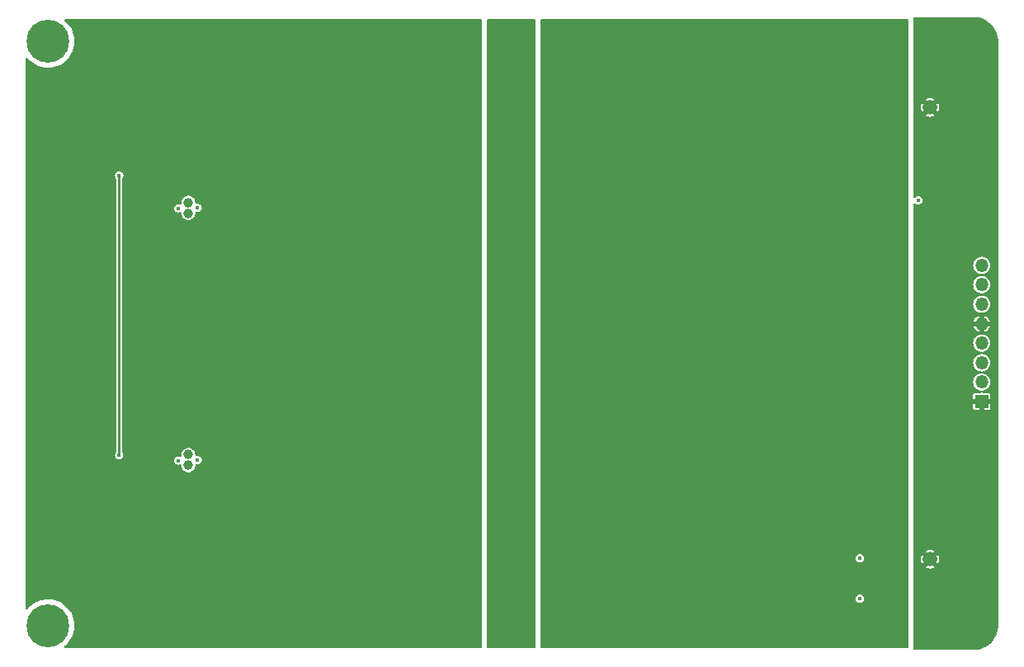
<source format=gbr>
%TF.GenerationSoftware,KiCad,Pcbnew,(5.99.0-11174-ge2a2c3282a)*%
%TF.CreationDate,2021-07-05T22:54:39+02:00*%
%TF.ProjectId,flatlight_rev20_LEDSIDE,666c6174-6c69-4676-9874-5f7265763230,rev?*%
%TF.SameCoordinates,Original*%
%TF.FileFunction,Copper,L2,Inr*%
%TF.FilePolarity,Positive*%
%FSLAX46Y46*%
G04 Gerber Fmt 4.6, Leading zero omitted, Abs format (unit mm)*
G04 Created by KiCad (PCBNEW (5.99.0-11174-ge2a2c3282a)) date 2021-07-05 22:54:39*
%MOMM*%
%LPD*%
G01*
G04 APERTURE LIST*
%TA.AperFunction,ComponentPad*%
%ADD10C,1.500000*%
%TD*%
%TA.AperFunction,ComponentPad*%
%ADD11C,0.700000*%
%TD*%
%TA.AperFunction,ComponentPad*%
%ADD12C,4.400000*%
%TD*%
%TA.AperFunction,ComponentPad*%
%ADD13R,1.350000X1.350000*%
%TD*%
%TA.AperFunction,ComponentPad*%
%ADD14O,1.350000X1.350000*%
%TD*%
%TA.AperFunction,ViaPad*%
%ADD15C,0.450000*%
%TD*%
%TA.AperFunction,ViaPad*%
%ADD16C,1.000000*%
%TD*%
%TA.AperFunction,ViaPad*%
%ADD17C,0.500000*%
%TD*%
%TA.AperFunction,Conductor*%
%ADD18C,0.250000*%
%TD*%
G04 APERTURE END LIST*
D10*
%TO.N,+BATT*%
%TO.C,H14*%
X204750000Y-114550000D03*
%TD*%
D11*
%TO.N,GND*%
%TO.C,H10*%
X158416726Y-68716726D03*
X157250000Y-65900000D03*
X158900000Y-67550000D03*
X156083274Y-66383274D03*
X156083274Y-68716726D03*
X155600000Y-67550000D03*
X158416726Y-66383274D03*
X157250000Y-69200000D03*
D12*
X157250000Y-67550000D03*
%TD*%
D11*
%TO.N,GND*%
%TO.C,H9*%
X158416726Y-126383274D03*
D12*
X157250000Y-127550000D03*
D11*
X158900000Y-127550000D03*
X157250000Y-125900000D03*
X157250000Y-129200000D03*
X158416726Y-128716726D03*
X156083274Y-128716726D03*
X155600000Y-127550000D03*
X156083274Y-126383274D03*
%TD*%
D10*
%TO.N,GND*%
%TO.C,H19*%
X247750000Y-120750000D03*
%TD*%
%TO.N,GND*%
%TO.C,H20*%
X247750000Y-74350000D03*
%TD*%
%TO.N,+BATT*%
%TO.C,H16*%
X204750000Y-80550000D03*
%TD*%
%TO.N,+BATT*%
%TO.C,H15*%
X204750000Y-74550000D03*
%TD*%
%TO.N,+BATT*%
%TO.C,H13*%
X204750000Y-120550000D03*
%TD*%
D11*
%TO.N,+BATT*%
%TO.C,H7*%
X203583274Y-68716726D03*
X205916726Y-68716726D03*
X203100000Y-67550000D03*
X204750000Y-69200000D03*
D12*
X204750000Y-67550000D03*
D11*
X206400000Y-67550000D03*
X204750000Y-65900000D03*
X203583274Y-66383274D03*
X205916726Y-66383274D03*
%TD*%
%TO.N,+BATT*%
%TO.C,H11*%
X203583274Y-128716726D03*
X205916726Y-128716726D03*
X203583274Y-126383274D03*
X205916726Y-126383274D03*
X206400000Y-127550000D03*
X203100000Y-127550000D03*
X204750000Y-125900000D03*
X204750000Y-129200000D03*
D12*
X204750000Y-127550000D03*
%TD*%
D11*
%TO.N,GND*%
%TO.C,H12*%
X251083274Y-66383274D03*
X252250000Y-65900000D03*
D12*
X252250000Y-67550000D03*
D11*
X252250000Y-69200000D03*
X250600000Y-67550000D03*
X251083274Y-68716726D03*
X253900000Y-67550000D03*
X253416726Y-68716726D03*
X253416726Y-66383274D03*
%TD*%
%TO.N,GND*%
%TO.C,H8*%
X253900000Y-127550000D03*
X253416726Y-126383274D03*
X251083274Y-128716726D03*
X252250000Y-129200000D03*
X252250000Y-125900000D03*
X253416726Y-128716726D03*
X250600000Y-127550000D03*
D12*
X252250000Y-127550000D03*
D11*
X251083274Y-126383274D03*
%TD*%
D13*
%TO.N,GND*%
%TO.C,J5*%
X253050000Y-104550000D03*
D14*
%TO.N,LS_LED_PWM*%
X253050000Y-102550000D03*
%TO.N,+3V3*%
X253050000Y-100550000D03*
%TO.N,LS_LED_NTC*%
X253050000Y-98550000D03*
%TO.N,GND*%
X253050000Y-96550000D03*
%TO.N,LS_WS_SDAT*%
X253050000Y-94550000D03*
%TO.N,LS_WS_LDAT*%
X253050000Y-92550000D03*
%TO.N,LS_WS_POWER*%
X253050000Y-90550000D03*
%TD*%
D15*
%TO.N,GND*%
X254000000Y-122550000D03*
X248750000Y-65800000D03*
X247850000Y-101650000D03*
D16*
X247750000Y-71050000D03*
D15*
X249250000Y-89350000D03*
D16*
X247750000Y-69050000D03*
D17*
X246750000Y-129300000D03*
D16*
X247750000Y-126050000D03*
D15*
X248650000Y-89350000D03*
X246650000Y-101650000D03*
X254000000Y-114550000D03*
X254000000Y-84550000D03*
X254000000Y-110550000D03*
X254000000Y-76550000D03*
X254000000Y-118550000D03*
X254000000Y-106550000D03*
X247250000Y-101650000D03*
X246750000Y-65800000D03*
D16*
X247750000Y-124050000D03*
D15*
X254000000Y-80550000D03*
D17*
X248750000Y-129300000D03*
D15*
X248050000Y-89350000D03*
X254000000Y-72550000D03*
X254000000Y-88550000D03*
D16*
%TO.N,+BATT*%
X204750000Y-117550000D03*
D15*
X204750000Y-116350000D03*
X204750000Y-118750000D03*
X204750000Y-78750000D03*
D16*
X204750000Y-77550000D03*
D15*
X203850000Y-77550000D03*
X205650000Y-77550000D03*
X204750000Y-76350000D03*
X205750000Y-117550000D03*
X203650000Y-117550000D03*
%TO.N,LS_WS_LDAT*%
X246550000Y-83900000D03*
%TO.N,+3V3*%
X240550000Y-120650000D03*
D16*
%TO.N,Net-(D10-Pad1)*%
X227000000Y-66300000D03*
X197500000Y-66300000D03*
X235250000Y-129300000D03*
X191550000Y-128800000D03*
X193050000Y-129300000D03*
X244200000Y-129300000D03*
X156000000Y-120300000D03*
X155500000Y-88800000D03*
X155500000Y-85800000D03*
X164500000Y-66300000D03*
X224750000Y-128800000D03*
X182550000Y-128800000D03*
X214250000Y-129300000D03*
X188500000Y-66300000D03*
X155500000Y-103800000D03*
X179550000Y-128800000D03*
X224000000Y-66300000D03*
X156000000Y-108300000D03*
X187050000Y-129300000D03*
X190050000Y-129300000D03*
X220250000Y-129300000D03*
X232250000Y-129300000D03*
X222500000Y-65800000D03*
X190000000Y-65800000D03*
X239000000Y-66300000D03*
X229250000Y-129300000D03*
X178000000Y-65800000D03*
X164550000Y-128800000D03*
X155500000Y-121800000D03*
X163050000Y-129300000D03*
X181050000Y-129300000D03*
X156000000Y-87300000D03*
X228500000Y-65800000D03*
X155500000Y-109800000D03*
X211250000Y-129300000D03*
X233750000Y-128800000D03*
X226250000Y-129300000D03*
X191500000Y-66300000D03*
X156000000Y-102300000D03*
X209000000Y-66300000D03*
X155500000Y-82800000D03*
X236750000Y-128800000D03*
X155500000Y-106800000D03*
X156000000Y-75300000D03*
X196050000Y-129300000D03*
X216500000Y-65800000D03*
X155500000Y-97800000D03*
X187000000Y-65800000D03*
X155500000Y-112800000D03*
X243500000Y-65800000D03*
X155500000Y-100800000D03*
X242750000Y-128800000D03*
X169000000Y-65800000D03*
X156000000Y-81300000D03*
X200550000Y-128800000D03*
X194550000Y-128800000D03*
X242000000Y-66300000D03*
X184050000Y-129300000D03*
X197550000Y-128800000D03*
X212000000Y-66300000D03*
X199000000Y-65800000D03*
X237500000Y-65800000D03*
X156000000Y-105300000D03*
X155500000Y-79800000D03*
X167550000Y-128800000D03*
X170550000Y-128800000D03*
X175050000Y-129300000D03*
X225500000Y-65800000D03*
X167500000Y-66300000D03*
X179500000Y-66300000D03*
X156000000Y-111300000D03*
X194500000Y-66300000D03*
X155500000Y-115800000D03*
X161500000Y-66300000D03*
X178050000Y-129300000D03*
X233000000Y-66300000D03*
X219500000Y-65800000D03*
X156000000Y-117300000D03*
X231500000Y-65800000D03*
X175000000Y-65800000D03*
X213500000Y-65800000D03*
X239750000Y-128800000D03*
X156000000Y-96300000D03*
X185500000Y-66300000D03*
X200500000Y-66300000D03*
X155500000Y-73800000D03*
X212750000Y-128800000D03*
X227750000Y-128800000D03*
X155500000Y-76800000D03*
X156000000Y-99300000D03*
X218000000Y-66300000D03*
X156000000Y-72300000D03*
X156000000Y-78300000D03*
X170500000Y-66300000D03*
X221750000Y-128800000D03*
X173500000Y-66300000D03*
X160050000Y-129300000D03*
X173550000Y-128800000D03*
X166050000Y-129300000D03*
X215000000Y-66300000D03*
X163000000Y-65800000D03*
X209750000Y-128800000D03*
X240500000Y-65800000D03*
X156000000Y-123300000D03*
X155500000Y-94800000D03*
X156000000Y-93300000D03*
X166000000Y-65800000D03*
X176550000Y-128800000D03*
X155500000Y-91800000D03*
X230750000Y-128800000D03*
X176500000Y-66300000D03*
X210500000Y-65800000D03*
X223250000Y-129300000D03*
X221000000Y-66300000D03*
X185550000Y-128800000D03*
X181000000Y-65800000D03*
X155500000Y-118800000D03*
X156000000Y-114300000D03*
X169050000Y-129300000D03*
X236000000Y-66300000D03*
X172000000Y-65800000D03*
X182500000Y-66300000D03*
X196000000Y-65800000D03*
X156000000Y-84300000D03*
X241250000Y-129300000D03*
X234500000Y-65800000D03*
X193000000Y-65800000D03*
X238250000Y-129300000D03*
X218750000Y-128800000D03*
X217250000Y-129300000D03*
X172050000Y-129300000D03*
X161550000Y-128800000D03*
X230000000Y-66300000D03*
X184000000Y-65800000D03*
X208250000Y-129300000D03*
X215750000Y-128800000D03*
X199050000Y-129300000D03*
X156000000Y-90300000D03*
X188550000Y-128800000D03*
D15*
%TO.N,LS_LED_NTC*%
X240550000Y-124800000D03*
%TO.N,WS_GNDBUS*%
X172600000Y-110550000D03*
D16*
X171650000Y-111100000D03*
X171650000Y-84100000D03*
D15*
X170600000Y-84700000D03*
X170600000Y-110600000D03*
D16*
X171650000Y-110000000D03*
X171650000Y-85200000D03*
D15*
X172600000Y-84650000D03*
%TO.N,Net-(D25-Pad1)*%
X164550000Y-81350000D03*
X164550000Y-110050000D03*
%TD*%
D18*
%TO.N,Net-(D25-Pad1)*%
X164550000Y-81350000D02*
X164550000Y-110050000D01*
%TD*%
%TA.AperFunction,Conductor*%
%TO.N,GND*%
G36*
X252250000Y-65052705D02*
G01*
X252250000Y-65055000D01*
X252350926Y-65056759D01*
X252356916Y-65057008D01*
X252452475Y-65063271D01*
X252460680Y-65064079D01*
X252689908Y-65094258D01*
X252698041Y-65095601D01*
X252775315Y-65110971D01*
X252783330Y-65112839D01*
X252952586Y-65158191D01*
X253006696Y-65172690D01*
X253014579Y-65175081D01*
X253089205Y-65200414D01*
X253096878Y-65203302D01*
X253310520Y-65291795D01*
X253318006Y-65295187D01*
X253388534Y-65329967D01*
X253388694Y-65330046D01*
X253395965Y-65333933D01*
X253596190Y-65449534D01*
X253603191Y-65453887D01*
X253645464Y-65482132D01*
X253668714Y-65497667D01*
X253675408Y-65502465D01*
X253858840Y-65643218D01*
X253865213Y-65648448D01*
X253924467Y-65700412D01*
X253930485Y-65706049D01*
X254093951Y-65869515D01*
X254099588Y-65875533D01*
X254151552Y-65934787D01*
X254156782Y-65941160D01*
X254297535Y-66124592D01*
X254302339Y-66131295D01*
X254346113Y-66196809D01*
X254350466Y-66203810D01*
X254466067Y-66404035D01*
X254469954Y-66411306D01*
X254504808Y-66481982D01*
X254508205Y-66489480D01*
X254596698Y-66703122D01*
X254599586Y-66710795D01*
X254624917Y-66785416D01*
X254627310Y-66793304D01*
X254687161Y-67016670D01*
X254689029Y-67024685D01*
X254704399Y-67101959D01*
X254705742Y-67110092D01*
X254735921Y-67339320D01*
X254736729Y-67347524D01*
X254742992Y-67443084D01*
X254743241Y-67449074D01*
X254745000Y-67550000D01*
X254747232Y-67550000D01*
X254750000Y-67568126D01*
X254750000Y-127525831D01*
X254747295Y-127550000D01*
X254745000Y-127550000D01*
X254743241Y-127650926D01*
X254742992Y-127656916D01*
X254736729Y-127752475D01*
X254735921Y-127760680D01*
X254705742Y-127989908D01*
X254704399Y-127998041D01*
X254689029Y-128075315D01*
X254687161Y-128083330D01*
X254641809Y-128252586D01*
X254627310Y-128306696D01*
X254624919Y-128314579D01*
X254599586Y-128389205D01*
X254596698Y-128396878D01*
X254508205Y-128610520D01*
X254504808Y-128618018D01*
X254469954Y-128688694D01*
X254466067Y-128695965D01*
X254350466Y-128896190D01*
X254346113Y-128903191D01*
X254302339Y-128968705D01*
X254297535Y-128975408D01*
X254156782Y-129158840D01*
X254151552Y-129165213D01*
X254099588Y-129224467D01*
X254093951Y-129230485D01*
X253930485Y-129393951D01*
X253924467Y-129399588D01*
X253865213Y-129451552D01*
X253858840Y-129456782D01*
X253675408Y-129597535D01*
X253668714Y-129602333D01*
X253645464Y-129617868D01*
X253603191Y-129646113D01*
X253596190Y-129650466D01*
X253395965Y-129766067D01*
X253388694Y-129769954D01*
X253318006Y-129804813D01*
X253310520Y-129808205D01*
X253096878Y-129896698D01*
X253089205Y-129899586D01*
X253014579Y-129924919D01*
X253006696Y-129927310D01*
X252952586Y-129941809D01*
X252783330Y-129987161D01*
X252775315Y-129989029D01*
X252698041Y-130004399D01*
X252689908Y-130005742D01*
X252460680Y-130035921D01*
X252452476Y-130036729D01*
X252356916Y-130042992D01*
X252350926Y-130043241D01*
X252296189Y-130044195D01*
X252266504Y-130044712D01*
X252266501Y-130044712D01*
X252250000Y-130045000D01*
X252250000Y-130047232D01*
X252231874Y-130050000D01*
X246176000Y-130050000D01*
X246107879Y-130029998D01*
X246061386Y-129976342D01*
X246050000Y-129924000D01*
X246050000Y-121576508D01*
X247288322Y-121576508D01*
X247293231Y-121583066D01*
X247362450Y-121621751D01*
X247373689Y-121626661D01*
X247539155Y-121680424D01*
X247551129Y-121683057D01*
X247723896Y-121703659D01*
X247736145Y-121703916D01*
X247909624Y-121690567D01*
X247921694Y-121688439D01*
X248089278Y-121641649D01*
X248100700Y-121637219D01*
X248202334Y-121585879D01*
X248212618Y-121576234D01*
X248210380Y-121569590D01*
X247762812Y-121122022D01*
X247748868Y-121114408D01*
X247747035Y-121114539D01*
X247740420Y-121118790D01*
X247295082Y-121564128D01*
X247288322Y-121576508D01*
X246050000Y-121576508D01*
X246050000Y-120742815D01*
X246796012Y-120742815D01*
X246810570Y-120916181D01*
X246812785Y-120928248D01*
X246860738Y-121095484D01*
X246865257Y-121106896D01*
X246914223Y-121202173D01*
X246923942Y-121212392D01*
X246930742Y-121210048D01*
X247377978Y-120762812D01*
X247384356Y-120751132D01*
X248114408Y-120751132D01*
X248114539Y-120752965D01*
X248118790Y-120759580D01*
X248564121Y-121204911D01*
X248576501Y-121211671D01*
X248583234Y-121206630D01*
X248619025Y-121143627D01*
X248624014Y-121132421D01*
X248678928Y-120967342D01*
X248681648Y-120955371D01*
X248703783Y-120780157D01*
X248704274Y-120773130D01*
X248704548Y-120753505D01*
X248704255Y-120746512D01*
X248687018Y-120570717D01*
X248684635Y-120558682D01*
X248634350Y-120392131D01*
X248629677Y-120380792D01*
X248585675Y-120298035D01*
X248575815Y-120287954D01*
X248568688Y-120290522D01*
X248122022Y-120737188D01*
X248114408Y-120751132D01*
X247384356Y-120751132D01*
X247385592Y-120748868D01*
X247385461Y-120747035D01*
X247381210Y-120740420D01*
X246935830Y-120295040D01*
X246923450Y-120288280D01*
X246917062Y-120293062D01*
X246875563Y-120368547D01*
X246870734Y-120379813D01*
X246818125Y-120545658D01*
X246815577Y-120557647D01*
X246796183Y-120730547D01*
X246796012Y-120742815D01*
X246050000Y-120742815D01*
X246050000Y-119924081D01*
X247287800Y-119924081D01*
X247290254Y-119931044D01*
X247737188Y-120377978D01*
X247751132Y-120385592D01*
X247752965Y-120385461D01*
X247759580Y-120381210D01*
X248205037Y-119935753D01*
X248211797Y-119923373D01*
X248207138Y-119917150D01*
X248125341Y-119872923D01*
X248114034Y-119868170D01*
X247947833Y-119816722D01*
X247935822Y-119814256D01*
X247762792Y-119796070D01*
X247750524Y-119795985D01*
X247577265Y-119811753D01*
X247565216Y-119814051D01*
X247398315Y-119863173D01*
X247386940Y-119867768D01*
X247297949Y-119914292D01*
X247287800Y-119924081D01*
X246050000Y-119924081D01*
X246050000Y-104817548D01*
X252170000Y-104817548D01*
X252170000Y-105218813D01*
X252171207Y-105231067D01*
X252183184Y-105291279D01*
X252192499Y-105313768D01*
X252223150Y-105359641D01*
X252240359Y-105376850D01*
X252286232Y-105407501D01*
X252308721Y-105416816D01*
X252368933Y-105428793D01*
X252381187Y-105430000D01*
X252777885Y-105430000D01*
X252793124Y-105425525D01*
X252794329Y-105424135D01*
X252796000Y-105416452D01*
X252796000Y-104822115D01*
X252794659Y-104817548D01*
X253304000Y-104817548D01*
X253304000Y-105411885D01*
X253308475Y-105427124D01*
X253309865Y-105428329D01*
X253317548Y-105430000D01*
X253718813Y-105430000D01*
X253731067Y-105428793D01*
X253791279Y-105416816D01*
X253813768Y-105407501D01*
X253859641Y-105376850D01*
X253876850Y-105359641D01*
X253907501Y-105313768D01*
X253916816Y-105291279D01*
X253928793Y-105231067D01*
X253930000Y-105218813D01*
X253930000Y-104822115D01*
X253925525Y-104806876D01*
X253924135Y-104805671D01*
X253916452Y-104804000D01*
X253322115Y-104804000D01*
X253306876Y-104808475D01*
X253305671Y-104809865D01*
X253304000Y-104817548D01*
X252794659Y-104817548D01*
X252791525Y-104806876D01*
X252790135Y-104805671D01*
X252782452Y-104804000D01*
X252188115Y-104804000D01*
X252172876Y-104808475D01*
X252171671Y-104809865D01*
X252170000Y-104817548D01*
X246050000Y-104817548D01*
X246050000Y-102550000D01*
X252169678Y-102550000D01*
X252188915Y-102733029D01*
X252245786Y-102908059D01*
X252337805Y-103067440D01*
X252460950Y-103204207D01*
X252466292Y-103208088D01*
X252466294Y-103208090D01*
X252604497Y-103308500D01*
X252609839Y-103312381D01*
X252615867Y-103315065D01*
X252615869Y-103315066D01*
X252771935Y-103384551D01*
X252777966Y-103387236D01*
X252784427Y-103388609D01*
X252784432Y-103388611D01*
X252935648Y-103420754D01*
X252998122Y-103454482D01*
X253032443Y-103516632D01*
X253027715Y-103587471D01*
X252985439Y-103644508D01*
X252919037Y-103669635D01*
X252909451Y-103670000D01*
X252381187Y-103670000D01*
X252368933Y-103671207D01*
X252308721Y-103683184D01*
X252286232Y-103692499D01*
X252240359Y-103723150D01*
X252223150Y-103740359D01*
X252192499Y-103786232D01*
X252183184Y-103808721D01*
X252171207Y-103868933D01*
X252170000Y-103881187D01*
X252170000Y-104277885D01*
X252174475Y-104293124D01*
X252175865Y-104294329D01*
X252183548Y-104296000D01*
X253911885Y-104296000D01*
X253927124Y-104291525D01*
X253928329Y-104290135D01*
X253930000Y-104282452D01*
X253930000Y-103881187D01*
X253928793Y-103868933D01*
X253916816Y-103808721D01*
X253907501Y-103786232D01*
X253876850Y-103740359D01*
X253859641Y-103723150D01*
X253813768Y-103692499D01*
X253791279Y-103683184D01*
X253731067Y-103671207D01*
X253718813Y-103670000D01*
X253190549Y-103670000D01*
X253122428Y-103649998D01*
X253075935Y-103596342D01*
X253065831Y-103526068D01*
X253095325Y-103461488D01*
X253155051Y-103423104D01*
X253164352Y-103420754D01*
X253315568Y-103388611D01*
X253315573Y-103388609D01*
X253322034Y-103387236D01*
X253328065Y-103384551D01*
X253484131Y-103315066D01*
X253484133Y-103315065D01*
X253490161Y-103312381D01*
X253495503Y-103308500D01*
X253633706Y-103208090D01*
X253633708Y-103208088D01*
X253639050Y-103204207D01*
X253762195Y-103067440D01*
X253854214Y-102908059D01*
X253911085Y-102733029D01*
X253930322Y-102550000D01*
X253911085Y-102366971D01*
X253854214Y-102191941D01*
X253762195Y-102032560D01*
X253639050Y-101895793D01*
X253633708Y-101891912D01*
X253633706Y-101891910D01*
X253495503Y-101791500D01*
X253495502Y-101791499D01*
X253490161Y-101787619D01*
X253484133Y-101784935D01*
X253484131Y-101784934D01*
X253328065Y-101715449D01*
X253328064Y-101715449D01*
X253322034Y-101712764D01*
X253232026Y-101693632D01*
X253148476Y-101675872D01*
X253148471Y-101675872D01*
X253142019Y-101674500D01*
X253141155Y-101674500D01*
X253077467Y-101648298D01*
X253049622Y-101608398D01*
X253029786Y-101642013D01*
X252966375Y-101673944D01*
X252962509Y-101674500D01*
X252957981Y-101674500D01*
X252951529Y-101675872D01*
X252951524Y-101675872D01*
X252867974Y-101693632D01*
X252777966Y-101712764D01*
X252771936Y-101715449D01*
X252771935Y-101715449D01*
X252615869Y-101784934D01*
X252615867Y-101784935D01*
X252609839Y-101787619D01*
X252604498Y-101791499D01*
X252604497Y-101791500D01*
X252466294Y-101891910D01*
X252466292Y-101891912D01*
X252460950Y-101895793D01*
X252337805Y-102032560D01*
X252245786Y-102191941D01*
X252188915Y-102366971D01*
X252169678Y-102550000D01*
X246050000Y-102550000D01*
X246050000Y-100550000D01*
X252169678Y-100550000D01*
X252188915Y-100733029D01*
X252245786Y-100908059D01*
X252337805Y-101067440D01*
X252460950Y-101204207D01*
X252466292Y-101208088D01*
X252466294Y-101208090D01*
X252604497Y-101308500D01*
X252609839Y-101312381D01*
X252615867Y-101315065D01*
X252615869Y-101315066D01*
X252771935Y-101384551D01*
X252777966Y-101387236D01*
X252867974Y-101406368D01*
X252951524Y-101424128D01*
X252951529Y-101424128D01*
X252957981Y-101425500D01*
X252958845Y-101425500D01*
X253022533Y-101451702D01*
X253050378Y-101491602D01*
X253070214Y-101457987D01*
X253133625Y-101426056D01*
X253137491Y-101425500D01*
X253142019Y-101425500D01*
X253148471Y-101424128D01*
X253148476Y-101424128D01*
X253232026Y-101406368D01*
X253322034Y-101387236D01*
X253328065Y-101384551D01*
X253484131Y-101315066D01*
X253484133Y-101315065D01*
X253490161Y-101312381D01*
X253495503Y-101308500D01*
X253633706Y-101208090D01*
X253633708Y-101208088D01*
X253639050Y-101204207D01*
X253762195Y-101067440D01*
X253854214Y-100908059D01*
X253911085Y-100733029D01*
X253930322Y-100550000D01*
X253911085Y-100366971D01*
X253854214Y-100191941D01*
X253762195Y-100032560D01*
X253639050Y-99895793D01*
X253633708Y-99891912D01*
X253633706Y-99891910D01*
X253495503Y-99791500D01*
X253495502Y-99791499D01*
X253490161Y-99787619D01*
X253484133Y-99784935D01*
X253484131Y-99784934D01*
X253328065Y-99715449D01*
X253328064Y-99715449D01*
X253322034Y-99712764D01*
X253232026Y-99693632D01*
X253148476Y-99675872D01*
X253148471Y-99675872D01*
X253142019Y-99674500D01*
X253141155Y-99674500D01*
X253077467Y-99648298D01*
X253049622Y-99608398D01*
X253029786Y-99642013D01*
X252966375Y-99673944D01*
X252962509Y-99674500D01*
X252957981Y-99674500D01*
X252951529Y-99675872D01*
X252951524Y-99675872D01*
X252867974Y-99693632D01*
X252777966Y-99712764D01*
X252771936Y-99715449D01*
X252771935Y-99715449D01*
X252615869Y-99784934D01*
X252615867Y-99784935D01*
X252609839Y-99787619D01*
X252604498Y-99791499D01*
X252604497Y-99791500D01*
X252466294Y-99891910D01*
X252466292Y-99891912D01*
X252460950Y-99895793D01*
X252337805Y-100032560D01*
X252245786Y-100191941D01*
X252188915Y-100366971D01*
X252169678Y-100550000D01*
X246050000Y-100550000D01*
X246050000Y-98550000D01*
X252169678Y-98550000D01*
X252188915Y-98733029D01*
X252245786Y-98908059D01*
X252337805Y-99067440D01*
X252460950Y-99204207D01*
X252466292Y-99208088D01*
X252466294Y-99208090D01*
X252604497Y-99308500D01*
X252609839Y-99312381D01*
X252615867Y-99315065D01*
X252615869Y-99315066D01*
X252771935Y-99384551D01*
X252777966Y-99387236D01*
X252867974Y-99406368D01*
X252951524Y-99424128D01*
X252951529Y-99424128D01*
X252957981Y-99425500D01*
X252958845Y-99425500D01*
X253022533Y-99451702D01*
X253050378Y-99491602D01*
X253070214Y-99457987D01*
X253133625Y-99426056D01*
X253137491Y-99425500D01*
X253142019Y-99425500D01*
X253148471Y-99424128D01*
X253148476Y-99424128D01*
X253232026Y-99406368D01*
X253322034Y-99387236D01*
X253328065Y-99384551D01*
X253484131Y-99315066D01*
X253484133Y-99315065D01*
X253490161Y-99312381D01*
X253495503Y-99308500D01*
X253633706Y-99208090D01*
X253633708Y-99208088D01*
X253639050Y-99204207D01*
X253762195Y-99067440D01*
X253854214Y-98908059D01*
X253911085Y-98733029D01*
X253930322Y-98550000D01*
X253911085Y-98366971D01*
X253854214Y-98191941D01*
X253762195Y-98032560D01*
X253639050Y-97895793D01*
X253633708Y-97891912D01*
X253633706Y-97891910D01*
X253495503Y-97791500D01*
X253495502Y-97791499D01*
X253490161Y-97787619D01*
X253484133Y-97784935D01*
X253484131Y-97784934D01*
X253328065Y-97715449D01*
X253328064Y-97715449D01*
X253322034Y-97712764D01*
X253232026Y-97693632D01*
X253148476Y-97675872D01*
X253148471Y-97675872D01*
X253142019Y-97674500D01*
X252957981Y-97674500D01*
X252951529Y-97675872D01*
X252951524Y-97675872D01*
X252867974Y-97693632D01*
X252777966Y-97712764D01*
X252771936Y-97715449D01*
X252771935Y-97715449D01*
X252615869Y-97784934D01*
X252615867Y-97784935D01*
X252609839Y-97787619D01*
X252604498Y-97791499D01*
X252604497Y-97791500D01*
X252466294Y-97891910D01*
X252466292Y-97891912D01*
X252460950Y-97895793D01*
X252337805Y-98032560D01*
X252245786Y-98191941D01*
X252188915Y-98366971D01*
X252169678Y-98550000D01*
X246050000Y-98550000D01*
X246050000Y-96815000D01*
X252216074Y-96815000D01*
X252244202Y-96901571D01*
X252249548Y-96913578D01*
X252334909Y-97061427D01*
X252342630Y-97072053D01*
X252456864Y-97198923D01*
X252466630Y-97207717D01*
X252604748Y-97308065D01*
X252616120Y-97314631D01*
X252772089Y-97384073D01*
X252780043Y-97386658D01*
X252792341Y-97385719D01*
X252796000Y-97375764D01*
X252796000Y-96822115D01*
X252794659Y-96817548D01*
X253304000Y-96817548D01*
X253304000Y-97372444D01*
X253307973Y-97385975D01*
X253317738Y-97387379D01*
X253327911Y-97384073D01*
X253483880Y-97314631D01*
X253495252Y-97308065D01*
X253633370Y-97207717D01*
X253643136Y-97198923D01*
X253757370Y-97072053D01*
X253765091Y-97061427D01*
X253850452Y-96913578D01*
X253855798Y-96901571D01*
X253881901Y-96821232D01*
X253882304Y-96807133D01*
X253875932Y-96804000D01*
X253322115Y-96804000D01*
X253306876Y-96808475D01*
X253305671Y-96809865D01*
X253304000Y-96817548D01*
X252794659Y-96817548D01*
X252791525Y-96806876D01*
X252790135Y-96805671D01*
X252782452Y-96804000D01*
X252230615Y-96804000D01*
X252217084Y-96807973D01*
X252216074Y-96815000D01*
X246050000Y-96815000D01*
X246050000Y-96292867D01*
X252217696Y-96292867D01*
X252224068Y-96296000D01*
X252777885Y-96296000D01*
X252793124Y-96291525D01*
X252794329Y-96290135D01*
X252796000Y-96282452D01*
X252796000Y-95727556D01*
X252795025Y-95724236D01*
X253304000Y-95724236D01*
X253304000Y-96277885D01*
X253308475Y-96293124D01*
X253309865Y-96294329D01*
X253317548Y-96296000D01*
X253869385Y-96296000D01*
X253882916Y-96292027D01*
X253883926Y-96285000D01*
X253855798Y-96198429D01*
X253850452Y-96186422D01*
X253765091Y-96038573D01*
X253757370Y-96027947D01*
X253643136Y-95901077D01*
X253633370Y-95892283D01*
X253495252Y-95791935D01*
X253483880Y-95785369D01*
X253327911Y-95715927D01*
X253319957Y-95713342D01*
X253307659Y-95714281D01*
X253304000Y-95724236D01*
X252795025Y-95724236D01*
X252792027Y-95714025D01*
X252782262Y-95712621D01*
X252772089Y-95715927D01*
X252616120Y-95785369D01*
X252604748Y-95791935D01*
X252466630Y-95892283D01*
X252456864Y-95901077D01*
X252342630Y-96027947D01*
X252334909Y-96038573D01*
X252249548Y-96186422D01*
X252244202Y-96198429D01*
X252218099Y-96278768D01*
X252217696Y-96292867D01*
X246050000Y-96292867D01*
X246050000Y-94550000D01*
X252169678Y-94550000D01*
X252188915Y-94733029D01*
X252245786Y-94908059D01*
X252337805Y-95067440D01*
X252460950Y-95204207D01*
X252466292Y-95208088D01*
X252466294Y-95208090D01*
X252604497Y-95308500D01*
X252609839Y-95312381D01*
X252615867Y-95315065D01*
X252615869Y-95315066D01*
X252771935Y-95384551D01*
X252777966Y-95387236D01*
X252867973Y-95406368D01*
X252951524Y-95424128D01*
X252951529Y-95424128D01*
X252957981Y-95425500D01*
X253142019Y-95425500D01*
X253148471Y-95424128D01*
X253148476Y-95424128D01*
X253232027Y-95406368D01*
X253322034Y-95387236D01*
X253328065Y-95384551D01*
X253484131Y-95315066D01*
X253484133Y-95315065D01*
X253490161Y-95312381D01*
X253495503Y-95308500D01*
X253633706Y-95208090D01*
X253633708Y-95208088D01*
X253639050Y-95204207D01*
X253762195Y-95067440D01*
X253854214Y-94908059D01*
X253911085Y-94733029D01*
X253930322Y-94550000D01*
X253911085Y-94366971D01*
X253854214Y-94191941D01*
X253762195Y-94032560D01*
X253639050Y-93895793D01*
X253633708Y-93891912D01*
X253633706Y-93891910D01*
X253495503Y-93791500D01*
X253495502Y-93791499D01*
X253490161Y-93787619D01*
X253484133Y-93784935D01*
X253484131Y-93784934D01*
X253328065Y-93715449D01*
X253328064Y-93715449D01*
X253322034Y-93712764D01*
X253232026Y-93693632D01*
X253148476Y-93675872D01*
X253148471Y-93675872D01*
X253142019Y-93674500D01*
X253141155Y-93674500D01*
X253077467Y-93648298D01*
X253049622Y-93608398D01*
X253029786Y-93642013D01*
X252966375Y-93673944D01*
X252962509Y-93674500D01*
X252957981Y-93674500D01*
X252951529Y-93675872D01*
X252951524Y-93675872D01*
X252867974Y-93693632D01*
X252777966Y-93712764D01*
X252771936Y-93715449D01*
X252771935Y-93715449D01*
X252615869Y-93784934D01*
X252615867Y-93784935D01*
X252609839Y-93787619D01*
X252604498Y-93791499D01*
X252604497Y-93791500D01*
X252466294Y-93891910D01*
X252466292Y-93891912D01*
X252460950Y-93895793D01*
X252337805Y-94032560D01*
X252245786Y-94191941D01*
X252188915Y-94366971D01*
X252169678Y-94550000D01*
X246050000Y-94550000D01*
X246050000Y-92550000D01*
X252169678Y-92550000D01*
X252188915Y-92733029D01*
X252245786Y-92908059D01*
X252337805Y-93067440D01*
X252460950Y-93204207D01*
X252466292Y-93208088D01*
X252466294Y-93208090D01*
X252604497Y-93308500D01*
X252609839Y-93312381D01*
X252615867Y-93315065D01*
X252615869Y-93315066D01*
X252771935Y-93384551D01*
X252777966Y-93387236D01*
X252867973Y-93406368D01*
X252951524Y-93424128D01*
X252951529Y-93424128D01*
X252957981Y-93425500D01*
X252958845Y-93425500D01*
X253022533Y-93451702D01*
X253050378Y-93491602D01*
X253070214Y-93457987D01*
X253133625Y-93426056D01*
X253137491Y-93425500D01*
X253142019Y-93425500D01*
X253148471Y-93424128D01*
X253148476Y-93424128D01*
X253232027Y-93406368D01*
X253322034Y-93387236D01*
X253328065Y-93384551D01*
X253484131Y-93315066D01*
X253484133Y-93315065D01*
X253490161Y-93312381D01*
X253495503Y-93308500D01*
X253633706Y-93208090D01*
X253633708Y-93208088D01*
X253639050Y-93204207D01*
X253762195Y-93067440D01*
X253854214Y-92908059D01*
X253911085Y-92733029D01*
X253930322Y-92550000D01*
X253911085Y-92366971D01*
X253854214Y-92191941D01*
X253762195Y-92032560D01*
X253639050Y-91895793D01*
X253633708Y-91891912D01*
X253633706Y-91891910D01*
X253495503Y-91791500D01*
X253495502Y-91791499D01*
X253490161Y-91787619D01*
X253484133Y-91784935D01*
X253484131Y-91784934D01*
X253328065Y-91715449D01*
X253328064Y-91715449D01*
X253322034Y-91712764D01*
X253232026Y-91693632D01*
X253148476Y-91675872D01*
X253148471Y-91675872D01*
X253142019Y-91674500D01*
X253141155Y-91674500D01*
X253077467Y-91648298D01*
X253049622Y-91608398D01*
X253029786Y-91642013D01*
X252966375Y-91673944D01*
X252962509Y-91674500D01*
X252957981Y-91674500D01*
X252951529Y-91675872D01*
X252951524Y-91675872D01*
X252867974Y-91693632D01*
X252777966Y-91712764D01*
X252771936Y-91715449D01*
X252771935Y-91715449D01*
X252615869Y-91784934D01*
X252615867Y-91784935D01*
X252609839Y-91787619D01*
X252604498Y-91791499D01*
X252604497Y-91791500D01*
X252466294Y-91891910D01*
X252466292Y-91891912D01*
X252460950Y-91895793D01*
X252337805Y-92032560D01*
X252245786Y-92191941D01*
X252188915Y-92366971D01*
X252169678Y-92550000D01*
X246050000Y-92550000D01*
X246050000Y-90550000D01*
X252169678Y-90550000D01*
X252188915Y-90733029D01*
X252245786Y-90908059D01*
X252337805Y-91067440D01*
X252460950Y-91204207D01*
X252466292Y-91208088D01*
X252466294Y-91208090D01*
X252604497Y-91308500D01*
X252609839Y-91312381D01*
X252615867Y-91315065D01*
X252615869Y-91315066D01*
X252771935Y-91384551D01*
X252777966Y-91387236D01*
X252867973Y-91406368D01*
X252951524Y-91424128D01*
X252951529Y-91424128D01*
X252957981Y-91425500D01*
X252958845Y-91425500D01*
X253022533Y-91451702D01*
X253050378Y-91491602D01*
X253070214Y-91457987D01*
X253133625Y-91426056D01*
X253137491Y-91425500D01*
X253142019Y-91425500D01*
X253148471Y-91424128D01*
X253148476Y-91424128D01*
X253232027Y-91406368D01*
X253322034Y-91387236D01*
X253328065Y-91384551D01*
X253484131Y-91315066D01*
X253484133Y-91315065D01*
X253490161Y-91312381D01*
X253495503Y-91308500D01*
X253633706Y-91208090D01*
X253633708Y-91208088D01*
X253639050Y-91204207D01*
X253762195Y-91067440D01*
X253854214Y-90908059D01*
X253911085Y-90733029D01*
X253930322Y-90550000D01*
X253911085Y-90366971D01*
X253854214Y-90191941D01*
X253762195Y-90032560D01*
X253639050Y-89895793D01*
X253633708Y-89891912D01*
X253633706Y-89891910D01*
X253495503Y-89791500D01*
X253495502Y-89791499D01*
X253490161Y-89787619D01*
X253484133Y-89784935D01*
X253484131Y-89784934D01*
X253328065Y-89715449D01*
X253328064Y-89715449D01*
X253322034Y-89712764D01*
X253232026Y-89693632D01*
X253148476Y-89675872D01*
X253148471Y-89675872D01*
X253142019Y-89674500D01*
X252957981Y-89674500D01*
X252951529Y-89675872D01*
X252951524Y-89675872D01*
X252867974Y-89693632D01*
X252777966Y-89712764D01*
X252771936Y-89715449D01*
X252771935Y-89715449D01*
X252615869Y-89784934D01*
X252615867Y-89784935D01*
X252609839Y-89787619D01*
X252604498Y-89791499D01*
X252604497Y-89791500D01*
X252466294Y-89891910D01*
X252466292Y-89891912D01*
X252460950Y-89895793D01*
X252337805Y-90032560D01*
X252245786Y-90191941D01*
X252188915Y-90366971D01*
X252169678Y-90550000D01*
X246050000Y-90550000D01*
X246050000Y-84305938D01*
X246070002Y-84237817D01*
X246123658Y-84191324D01*
X246193932Y-84181220D01*
X246258512Y-84210714D01*
X246265095Y-84216843D01*
X246296780Y-84248528D01*
X246416874Y-84309719D01*
X246426663Y-84311269D01*
X246426665Y-84311270D01*
X246540207Y-84329253D01*
X246550000Y-84330804D01*
X246559793Y-84329253D01*
X246673335Y-84311270D01*
X246673337Y-84311269D01*
X246683126Y-84309719D01*
X246803220Y-84248528D01*
X246898528Y-84153220D01*
X246959719Y-84033126D01*
X246980804Y-83900000D01*
X246959719Y-83766874D01*
X246898528Y-83646780D01*
X246803220Y-83551472D01*
X246683126Y-83490281D01*
X246673337Y-83488731D01*
X246673335Y-83488730D01*
X246559793Y-83470747D01*
X246550000Y-83469196D01*
X246540207Y-83470747D01*
X246426665Y-83488730D01*
X246426663Y-83488731D01*
X246416874Y-83490281D01*
X246296780Y-83551472D01*
X246265095Y-83583157D01*
X246202783Y-83617183D01*
X246131968Y-83612118D01*
X246075132Y-83569571D01*
X246050321Y-83503051D01*
X246050000Y-83494062D01*
X246050000Y-75176508D01*
X247288322Y-75176508D01*
X247293231Y-75183066D01*
X247362450Y-75221751D01*
X247373689Y-75226661D01*
X247539155Y-75280424D01*
X247551129Y-75283057D01*
X247723896Y-75303659D01*
X247736145Y-75303916D01*
X247909624Y-75290567D01*
X247921694Y-75288439D01*
X248089278Y-75241649D01*
X248100700Y-75237219D01*
X248202334Y-75185879D01*
X248212618Y-75176234D01*
X248210380Y-75169590D01*
X247762812Y-74722022D01*
X247748868Y-74714408D01*
X247747035Y-74714539D01*
X247740420Y-74718790D01*
X247295082Y-75164128D01*
X247288322Y-75176508D01*
X246050000Y-75176508D01*
X246050000Y-74342815D01*
X246796012Y-74342815D01*
X246810570Y-74516181D01*
X246812785Y-74528248D01*
X246860738Y-74695484D01*
X246865257Y-74706896D01*
X246914223Y-74802173D01*
X246923942Y-74812392D01*
X246930742Y-74810048D01*
X247377978Y-74362812D01*
X247384356Y-74351132D01*
X248114408Y-74351132D01*
X248114539Y-74352965D01*
X248118790Y-74359580D01*
X248564121Y-74804911D01*
X248576501Y-74811671D01*
X248583234Y-74806630D01*
X248619025Y-74743627D01*
X248624014Y-74732421D01*
X248678928Y-74567342D01*
X248681648Y-74555371D01*
X248703783Y-74380157D01*
X248704274Y-74373130D01*
X248704548Y-74353505D01*
X248704255Y-74346512D01*
X248687018Y-74170717D01*
X248684635Y-74158682D01*
X248634350Y-73992131D01*
X248629677Y-73980792D01*
X248585675Y-73898035D01*
X248575815Y-73887954D01*
X248568688Y-73890522D01*
X248122022Y-74337188D01*
X248114408Y-74351132D01*
X247384356Y-74351132D01*
X247385592Y-74348868D01*
X247385461Y-74347035D01*
X247381210Y-74340420D01*
X246935830Y-73895040D01*
X246923450Y-73888280D01*
X246917062Y-73893062D01*
X246875563Y-73968547D01*
X246870734Y-73979813D01*
X246818125Y-74145658D01*
X246815577Y-74157647D01*
X246796183Y-74330547D01*
X246796012Y-74342815D01*
X246050000Y-74342815D01*
X246050000Y-73524081D01*
X247287800Y-73524081D01*
X247290254Y-73531044D01*
X247737188Y-73977978D01*
X247751132Y-73985592D01*
X247752965Y-73985461D01*
X247759580Y-73981210D01*
X248205037Y-73535753D01*
X248211797Y-73523373D01*
X248207138Y-73517150D01*
X248125341Y-73472923D01*
X248114034Y-73468170D01*
X247947833Y-73416722D01*
X247935822Y-73414256D01*
X247762792Y-73396070D01*
X247750524Y-73395985D01*
X247577265Y-73411753D01*
X247565216Y-73414051D01*
X247398315Y-73463173D01*
X247386940Y-73467768D01*
X247297949Y-73514292D01*
X247287800Y-73524081D01*
X246050000Y-73524081D01*
X246050000Y-65176000D01*
X246070002Y-65107879D01*
X246123658Y-65061386D01*
X246176000Y-65050000D01*
X252225831Y-65050000D01*
X252250000Y-65052705D01*
G37*
%TD.AperFunction*%
%TD*%
%TA.AperFunction,Conductor*%
%TO.N,+BATT*%
G36*
X207192121Y-65270002D02*
G01*
X207238614Y-65323658D01*
X207250000Y-65376000D01*
X207250000Y-129724000D01*
X207229998Y-129792121D01*
X207176342Y-129838614D01*
X207124000Y-129850000D01*
X202376000Y-129850000D01*
X202307879Y-129829998D01*
X202261386Y-129776342D01*
X202250000Y-129724000D01*
X202250000Y-65376000D01*
X202270002Y-65307879D01*
X202323658Y-65261386D01*
X202376000Y-65250000D01*
X207124000Y-65250000D01*
X207192121Y-65270002D01*
G37*
%TD.AperFunction*%
%TD*%
%TA.AperFunction,Conductor*%
%TO.N,Net-(D10-Pad1)*%
G36*
X245492121Y-65270002D02*
G01*
X245538614Y-65323658D01*
X245550000Y-65376000D01*
X245550000Y-129724000D01*
X245529998Y-129792121D01*
X245476342Y-129838614D01*
X245424000Y-129850000D01*
X207876000Y-129850000D01*
X207807879Y-129829998D01*
X207761386Y-129776342D01*
X207750000Y-129724000D01*
X207750000Y-124800000D01*
X240119196Y-124800000D01*
X240140281Y-124933126D01*
X240201472Y-125053220D01*
X240296780Y-125148528D01*
X240416874Y-125209719D01*
X240426663Y-125211269D01*
X240426665Y-125211270D01*
X240540207Y-125229253D01*
X240550000Y-125230804D01*
X240559793Y-125229253D01*
X240673335Y-125211270D01*
X240673337Y-125211269D01*
X240683126Y-125209719D01*
X240803220Y-125148528D01*
X240898528Y-125053220D01*
X240959719Y-124933126D01*
X240980804Y-124800000D01*
X240959719Y-124666874D01*
X240898528Y-124546780D01*
X240803220Y-124451472D01*
X240683126Y-124390281D01*
X240673337Y-124388731D01*
X240673335Y-124388730D01*
X240559793Y-124370747D01*
X240550000Y-124369196D01*
X240540207Y-124370747D01*
X240426665Y-124388730D01*
X240426663Y-124388731D01*
X240416874Y-124390281D01*
X240296780Y-124451472D01*
X240201472Y-124546780D01*
X240140281Y-124666874D01*
X240119196Y-124800000D01*
X207750000Y-124800000D01*
X207750000Y-120650000D01*
X240119196Y-120650000D01*
X240140281Y-120783126D01*
X240201472Y-120903220D01*
X240296780Y-120998528D01*
X240416874Y-121059719D01*
X240426663Y-121061269D01*
X240426665Y-121061270D01*
X240540207Y-121079253D01*
X240550000Y-121080804D01*
X240559793Y-121079253D01*
X240673335Y-121061270D01*
X240673337Y-121061269D01*
X240683126Y-121059719D01*
X240803220Y-120998528D01*
X240898528Y-120903220D01*
X240959719Y-120783126D01*
X240980804Y-120650000D01*
X240959719Y-120516874D01*
X240898528Y-120396780D01*
X240803220Y-120301472D01*
X240683126Y-120240281D01*
X240673337Y-120238731D01*
X240673335Y-120238730D01*
X240559793Y-120220747D01*
X240550000Y-120219196D01*
X240540207Y-120220747D01*
X240426665Y-120238730D01*
X240426663Y-120238731D01*
X240416874Y-120240281D01*
X240296780Y-120301472D01*
X240201472Y-120396780D01*
X240140281Y-120516874D01*
X240119196Y-120650000D01*
X207750000Y-120650000D01*
X207750000Y-65376000D01*
X207770002Y-65307879D01*
X207823658Y-65261386D01*
X207876000Y-65250000D01*
X245424000Y-65250000D01*
X245492121Y-65270002D01*
G37*
%TD.AperFunction*%
%TD*%
%TA.AperFunction,Conductor*%
%TO.N,Net-(D10-Pad1)*%
G36*
X201692121Y-65270002D02*
G01*
X201738614Y-65323658D01*
X201750000Y-65376000D01*
X201750000Y-129724000D01*
X201729998Y-129792121D01*
X201676342Y-129838614D01*
X201624000Y-129850000D01*
X159061486Y-129850000D01*
X158993365Y-129829998D01*
X158946872Y-129776342D01*
X158936768Y-129706068D01*
X158966262Y-129641488D01*
X158985570Y-129623438D01*
X159004014Y-129609515D01*
X159004020Y-129609510D01*
X159007040Y-129607230D01*
X159241464Y-129381245D01*
X159293126Y-129317788D01*
X159444643Y-129131678D01*
X159444647Y-129131672D01*
X159447040Y-129128733D01*
X159620792Y-128853354D01*
X159760202Y-128559095D01*
X159863251Y-128250218D01*
X159928446Y-127931199D01*
X159954843Y-127606658D01*
X159955436Y-127550000D01*
X159949226Y-127446984D01*
X159936069Y-127228755D01*
X159936069Y-127228751D01*
X159935841Y-127224977D01*
X159877342Y-126904663D01*
X159780784Y-126593696D01*
X159647567Y-126296582D01*
X159479621Y-126017624D01*
X159477294Y-126014640D01*
X159477289Y-126014633D01*
X159281713Y-125763858D01*
X159281711Y-125763856D01*
X159279377Y-125760863D01*
X159049738Y-125530018D01*
X158794029Y-125328433D01*
X158515954Y-125159029D01*
X158397453Y-125105150D01*
X158222994Y-125025827D01*
X158222986Y-125025824D01*
X158219542Y-125024258D01*
X157909085Y-124926073D01*
X157767071Y-124899368D01*
X157592805Y-124866597D01*
X157592800Y-124866596D01*
X157589081Y-124865897D01*
X157264166Y-124844601D01*
X157260386Y-124844809D01*
X157260385Y-124844809D01*
X157163156Y-124850160D01*
X156939045Y-124862494D01*
X156935318Y-124863155D01*
X156935314Y-124863155D01*
X156676625Y-124909001D01*
X156618429Y-124919315D01*
X156614804Y-124920420D01*
X156614799Y-124920421D01*
X156413196Y-124981866D01*
X156306961Y-125014244D01*
X156303497Y-125015775D01*
X156303490Y-125015778D01*
X156119938Y-125096926D01*
X156009153Y-125145903D01*
X156005899Y-125147839D01*
X156005893Y-125147842D01*
X155983780Y-125160998D01*
X155729319Y-125312386D01*
X155471513Y-125511282D01*
X155468812Y-125513941D01*
X155468805Y-125513947D01*
X155242177Y-125737044D01*
X155239469Y-125739710D01*
X155237105Y-125742677D01*
X155237102Y-125742680D01*
X155174540Y-125821191D01*
X155116445Y-125862000D01*
X155045508Y-125864923D01*
X154984253Y-125829030D01*
X154952126Y-125765718D01*
X154950000Y-125742668D01*
X154950000Y-110600000D01*
X170169196Y-110600000D01*
X170190281Y-110733126D01*
X170251472Y-110853220D01*
X170346780Y-110948528D01*
X170466874Y-111009719D01*
X170476663Y-111011269D01*
X170476665Y-111011270D01*
X170590207Y-111029253D01*
X170600000Y-111030804D01*
X170609793Y-111029253D01*
X170723335Y-111011270D01*
X170723337Y-111011269D01*
X170733126Y-111009719D01*
X170741960Y-111005218D01*
X170762044Y-110994985D01*
X170831820Y-110981882D01*
X170897605Y-111008583D01*
X170938510Y-111066611D01*
X170944484Y-111093427D01*
X170962999Y-111261135D01*
X171021266Y-111420356D01*
X171025502Y-111426659D01*
X171025502Y-111426660D01*
X171038574Y-111446113D01*
X171115830Y-111561083D01*
X171121442Y-111566190D01*
X171121445Y-111566193D01*
X171235612Y-111670077D01*
X171235616Y-111670080D01*
X171241233Y-111675191D01*
X171247906Y-111678814D01*
X171247910Y-111678817D01*
X171383558Y-111752467D01*
X171383560Y-111752468D01*
X171390235Y-111756092D01*
X171397584Y-111758020D01*
X171546883Y-111797188D01*
X171546885Y-111797188D01*
X171554233Y-111799116D01*
X171640609Y-111800473D01*
X171716161Y-111801660D01*
X171716164Y-111801660D01*
X171723760Y-111801779D01*
X171731165Y-111800083D01*
X171731166Y-111800083D01*
X171791586Y-111786245D01*
X171889029Y-111763928D01*
X172040498Y-111687747D01*
X172169423Y-111577634D01*
X172268361Y-111439947D01*
X172276237Y-111420356D01*
X172328766Y-111289687D01*
X172328767Y-111289685D01*
X172331601Y-111282634D01*
X172355490Y-111114778D01*
X172355645Y-111100000D01*
X172355203Y-111096346D01*
X172371409Y-111027330D01*
X172422429Y-110977960D01*
X172492042Y-110964011D01*
X172500686Y-110965074D01*
X172600000Y-110980804D01*
X172609793Y-110979253D01*
X172723335Y-110961270D01*
X172723337Y-110961269D01*
X172733126Y-110959719D01*
X172853220Y-110898528D01*
X172948528Y-110803220D01*
X173009719Y-110683126D01*
X173030804Y-110550000D01*
X173029253Y-110540207D01*
X173011270Y-110426665D01*
X173011269Y-110426663D01*
X173009719Y-110416874D01*
X172948528Y-110296780D01*
X172853220Y-110201472D01*
X172733126Y-110140281D01*
X172723337Y-110138731D01*
X172723335Y-110138730D01*
X172609793Y-110120747D01*
X172600000Y-110119196D01*
X172501253Y-110134836D01*
X172430843Y-110125736D01*
X172376529Y-110080015D01*
X172355550Y-110009067D01*
X172355602Y-110004136D01*
X172355602Y-110004130D01*
X172355645Y-110000000D01*
X172353840Y-109985080D01*
X172346770Y-109926665D01*
X172335276Y-109831680D01*
X172275345Y-109673077D01*
X172179312Y-109533349D01*
X172167514Y-109522837D01*
X172058392Y-109425612D01*
X172058388Y-109425610D01*
X172052721Y-109420560D01*
X171902881Y-109341224D01*
X171738441Y-109299919D01*
X171730843Y-109299879D01*
X171730841Y-109299879D01*
X171653668Y-109299475D01*
X171568895Y-109299031D01*
X171561508Y-109300805D01*
X171561504Y-109300805D01*
X171418162Y-109335220D01*
X171404032Y-109338612D01*
X171397288Y-109342093D01*
X171397285Y-109342094D01*
X171392089Y-109344776D01*
X171253369Y-109416375D01*
X171125604Y-109527831D01*
X171028113Y-109666547D01*
X170966524Y-109824513D01*
X170965532Y-109832046D01*
X170965532Y-109832047D01*
X170953076Y-109926665D01*
X170944394Y-109992611D01*
X170949649Y-110040207D01*
X170954485Y-110084017D01*
X170942079Y-110153921D01*
X170893849Y-110206021D01*
X170825108Y-110223775D01*
X170772044Y-110210110D01*
X170741962Y-110194783D01*
X170741961Y-110194783D01*
X170733126Y-110190281D01*
X170723337Y-110188731D01*
X170723335Y-110188730D01*
X170609793Y-110170747D01*
X170600000Y-110169196D01*
X170590207Y-110170747D01*
X170476665Y-110188730D01*
X170476663Y-110188731D01*
X170466874Y-110190281D01*
X170346780Y-110251472D01*
X170251472Y-110346780D01*
X170190281Y-110466874D01*
X170188731Y-110476663D01*
X170188730Y-110476665D01*
X170178666Y-110540207D01*
X170169196Y-110600000D01*
X154950000Y-110600000D01*
X154950000Y-81350000D01*
X164119196Y-81350000D01*
X164140281Y-81483126D01*
X164201472Y-81603220D01*
X164202116Y-81603864D01*
X164224294Y-81666021D01*
X164224500Y-81673216D01*
X164224500Y-109726784D01*
X164204976Y-109793276D01*
X164201472Y-109796780D01*
X164196970Y-109805616D01*
X164196969Y-109805617D01*
X164179848Y-109839220D01*
X164140281Y-109916874D01*
X164138731Y-109926663D01*
X164138730Y-109926665D01*
X164120747Y-110040207D01*
X164119196Y-110050000D01*
X164120747Y-110059793D01*
X164138075Y-110169196D01*
X164140281Y-110183126D01*
X164201472Y-110303220D01*
X164296780Y-110398528D01*
X164416874Y-110459719D01*
X164426663Y-110461269D01*
X164426665Y-110461270D01*
X164540207Y-110479253D01*
X164550000Y-110480804D01*
X164559793Y-110479253D01*
X164673335Y-110461270D01*
X164673337Y-110461269D01*
X164683126Y-110459719D01*
X164803220Y-110398528D01*
X164898528Y-110303220D01*
X164959719Y-110183126D01*
X164961926Y-110169196D01*
X164979253Y-110059793D01*
X164980804Y-110050000D01*
X164979253Y-110040207D01*
X164961270Y-109926665D01*
X164961269Y-109926663D01*
X164959719Y-109916874D01*
X164920152Y-109839220D01*
X164903031Y-109805617D01*
X164903030Y-109805616D01*
X164898528Y-109796780D01*
X164897884Y-109796136D01*
X164875706Y-109733979D01*
X164875500Y-109726784D01*
X164875500Y-84700000D01*
X170169196Y-84700000D01*
X170190281Y-84833126D01*
X170251472Y-84953220D01*
X170346780Y-85048528D01*
X170466874Y-85109719D01*
X170476663Y-85111269D01*
X170476665Y-85111270D01*
X170590207Y-85129253D01*
X170600000Y-85130804D01*
X170609793Y-85129253D01*
X170723335Y-85111270D01*
X170723337Y-85111269D01*
X170733126Y-85109719D01*
X170741960Y-85105218D01*
X170762044Y-85094985D01*
X170831820Y-85081882D01*
X170897605Y-85108583D01*
X170938510Y-85166611D01*
X170944484Y-85193427D01*
X170962999Y-85361135D01*
X171021266Y-85520356D01*
X171025502Y-85526659D01*
X171025502Y-85526660D01*
X171038574Y-85546113D01*
X171115830Y-85661083D01*
X171121442Y-85666190D01*
X171121445Y-85666193D01*
X171235612Y-85770077D01*
X171235616Y-85770080D01*
X171241233Y-85775191D01*
X171247906Y-85778814D01*
X171247910Y-85778817D01*
X171383558Y-85852467D01*
X171383560Y-85852468D01*
X171390235Y-85856092D01*
X171397584Y-85858020D01*
X171546883Y-85897188D01*
X171546885Y-85897188D01*
X171554233Y-85899116D01*
X171640609Y-85900473D01*
X171716161Y-85901660D01*
X171716164Y-85901660D01*
X171723760Y-85901779D01*
X171731165Y-85900083D01*
X171731166Y-85900083D01*
X171791586Y-85886245D01*
X171889029Y-85863928D01*
X172040498Y-85787747D01*
X172169423Y-85677634D01*
X172268361Y-85539947D01*
X172276237Y-85520356D01*
X172328766Y-85389687D01*
X172328767Y-85389685D01*
X172331601Y-85382634D01*
X172355490Y-85214778D01*
X172355645Y-85200000D01*
X172355203Y-85196346D01*
X172371409Y-85127330D01*
X172422429Y-85077960D01*
X172492042Y-85064011D01*
X172500686Y-85065074D01*
X172600000Y-85080804D01*
X172609793Y-85079253D01*
X172723335Y-85061270D01*
X172723337Y-85061269D01*
X172733126Y-85059719D01*
X172853220Y-84998528D01*
X172948528Y-84903220D01*
X173009719Y-84783126D01*
X173030804Y-84650000D01*
X173029253Y-84640207D01*
X173011270Y-84526665D01*
X173011269Y-84526663D01*
X173009719Y-84516874D01*
X172948528Y-84396780D01*
X172853220Y-84301472D01*
X172733126Y-84240281D01*
X172723337Y-84238731D01*
X172723335Y-84238730D01*
X172609793Y-84220747D01*
X172600000Y-84219196D01*
X172501253Y-84234836D01*
X172430843Y-84225736D01*
X172376529Y-84180015D01*
X172355550Y-84109067D01*
X172355602Y-84104136D01*
X172355602Y-84104130D01*
X172355645Y-84100000D01*
X172353840Y-84085080D01*
X172336188Y-83939220D01*
X172335276Y-83931680D01*
X172275345Y-83773077D01*
X172179312Y-83633349D01*
X172167514Y-83622837D01*
X172058392Y-83525612D01*
X172058388Y-83525610D01*
X172052721Y-83520560D01*
X171902881Y-83441224D01*
X171738441Y-83399919D01*
X171730843Y-83399879D01*
X171730841Y-83399879D01*
X171653668Y-83399475D01*
X171568895Y-83399031D01*
X171561508Y-83400805D01*
X171561504Y-83400805D01*
X171418162Y-83435220D01*
X171404032Y-83438612D01*
X171397288Y-83442093D01*
X171397285Y-83442094D01*
X171392089Y-83444776D01*
X171253369Y-83516375D01*
X171125604Y-83627831D01*
X171028113Y-83766547D01*
X170966524Y-83924513D01*
X170944394Y-84092611D01*
X170951815Y-84159828D01*
X170954485Y-84184017D01*
X170942079Y-84253921D01*
X170893849Y-84306021D01*
X170825108Y-84323775D01*
X170772044Y-84310110D01*
X170741962Y-84294783D01*
X170741961Y-84294783D01*
X170733126Y-84290281D01*
X170723337Y-84288731D01*
X170723335Y-84288730D01*
X170609793Y-84270747D01*
X170600000Y-84269196D01*
X170590207Y-84270747D01*
X170476665Y-84288730D01*
X170476663Y-84288731D01*
X170466874Y-84290281D01*
X170346780Y-84351472D01*
X170251472Y-84446780D01*
X170190281Y-84566874D01*
X170169196Y-84700000D01*
X164875500Y-84700000D01*
X164875500Y-81673216D01*
X164895024Y-81606724D01*
X164898528Y-81603220D01*
X164959719Y-81483126D01*
X164980804Y-81350000D01*
X164959719Y-81216874D01*
X164898528Y-81096780D01*
X164803220Y-81001472D01*
X164683126Y-80940281D01*
X164673337Y-80938731D01*
X164673335Y-80938730D01*
X164559793Y-80920747D01*
X164550000Y-80919196D01*
X164540207Y-80920747D01*
X164426665Y-80938730D01*
X164426663Y-80938731D01*
X164416874Y-80940281D01*
X164296780Y-81001472D01*
X164201472Y-81096780D01*
X164140281Y-81216874D01*
X164119196Y-81350000D01*
X154950000Y-81350000D01*
X154950000Y-69360378D01*
X154970002Y-69292257D01*
X155023658Y-69245764D01*
X155093932Y-69235660D01*
X155158512Y-69265154D01*
X155176163Y-69283936D01*
X155199698Y-69314775D01*
X155199703Y-69314781D01*
X155201998Y-69317788D01*
X155429208Y-69551025D01*
X155682792Y-69755276D01*
X155959078Y-69927583D01*
X156254063Y-70065451D01*
X156563474Y-70166881D01*
X156882830Y-70230405D01*
X156886602Y-70230692D01*
X156886610Y-70230693D01*
X157203728Y-70254815D01*
X157203733Y-70254815D01*
X157207505Y-70255102D01*
X157532795Y-70240615D01*
X157853989Y-70187154D01*
X158166434Y-70095493D01*
X158465604Y-69966959D01*
X158468882Y-69965055D01*
X158468888Y-69965052D01*
X158632708Y-69869897D01*
X158747165Y-69803415D01*
X159007040Y-69607230D01*
X159241464Y-69381245D01*
X159243862Y-69378300D01*
X159444643Y-69131678D01*
X159444647Y-69131672D01*
X159447040Y-69128733D01*
X159620792Y-68853354D01*
X159760202Y-68559095D01*
X159863251Y-68250218D01*
X159928446Y-67931199D01*
X159954843Y-67606658D01*
X159955436Y-67550000D01*
X159945581Y-67386525D01*
X159936069Y-67228755D01*
X159936069Y-67228751D01*
X159935841Y-67224977D01*
X159877342Y-66904663D01*
X159780784Y-66593696D01*
X159647567Y-66296582D01*
X159479621Y-66017624D01*
X159477294Y-66014640D01*
X159477289Y-66014633D01*
X159281713Y-65763858D01*
X159281711Y-65763856D01*
X159279377Y-65760863D01*
X159049738Y-65530018D01*
X158979885Y-65474950D01*
X158938772Y-65417068D01*
X158935478Y-65346148D01*
X158971050Y-65284706D01*
X159034193Y-65252249D01*
X159057891Y-65250000D01*
X201624000Y-65250000D01*
X201692121Y-65270002D01*
G37*
%TD.AperFunction*%
%TD*%
M02*

</source>
